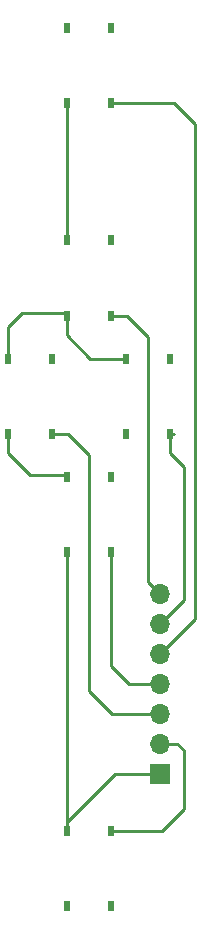
<source format=gbr>
G04 #@! TF.GenerationSoftware,KiCad,Pcbnew,5.1.9-73d0e3b20d~88~ubuntu20.04.1*
G04 #@! TF.CreationDate,2021-02-06T14:03:06-05:00*
G04 #@! TF.ProjectId,inkplate-buttons,696e6b70-6c61-4746-952d-627574746f6e,rev?*
G04 #@! TF.SameCoordinates,Original*
G04 #@! TF.FileFunction,Copper,L1,Top*
G04 #@! TF.FilePolarity,Positive*
%FSLAX46Y46*%
G04 Gerber Fmt 4.6, Leading zero omitted, Abs format (unit mm)*
G04 Created by KiCad (PCBNEW 5.1.9-73d0e3b20d~88~ubuntu20.04.1) date 2021-02-06 14:03:06*
%MOMM*%
%LPD*%
G01*
G04 APERTURE LIST*
G04 #@! TA.AperFunction,SMDPad,CuDef*
%ADD10O,1.700000X1.700000*%
G04 #@! TD*
G04 #@! TA.AperFunction,SMDPad,CuDef*
%ADD11R,1.700000X1.700000*%
G04 #@! TD*
G04 #@! TA.AperFunction,SMDPad,CuDef*
%ADD12R,0.558800X0.952500*%
G04 #@! TD*
G04 #@! TA.AperFunction,Conductor*
%ADD13C,0.250000*%
G04 #@! TD*
G04 APERTURE END LIST*
D10*
X116000000Y-136760000D03*
X116000000Y-139300000D03*
X116000000Y-141840000D03*
X116000000Y-144380000D03*
X116000000Y-146920000D03*
X116000000Y-149460000D03*
D11*
X116000000Y-152000000D03*
D12*
X108145800Y-95181350D03*
X111854200Y-95181350D03*
X111854200Y-88818650D03*
X108145800Y-88818650D03*
X108145800Y-113181350D03*
X111854200Y-113181350D03*
X111854200Y-106818650D03*
X108145800Y-106818650D03*
X103145800Y-116818650D03*
X106854200Y-116818650D03*
X106854200Y-123181350D03*
X103145800Y-123181350D03*
X113145800Y-123181350D03*
X116854200Y-123181350D03*
X116854200Y-116818650D03*
X113145800Y-116818650D03*
X108145800Y-126818650D03*
X111854200Y-126818650D03*
X111854200Y-133181350D03*
X108145800Y-133181350D03*
X108145800Y-156818650D03*
X111854200Y-156818650D03*
X111854200Y-163181350D03*
X108145800Y-163181350D03*
D13*
X108145800Y-145854200D02*
X108145800Y-156818650D01*
X108145800Y-133181350D02*
X108145800Y-145854200D01*
X112238200Y-152000000D02*
X116000000Y-152000000D01*
X108145800Y-156092400D02*
X112238200Y-152000000D01*
X108145800Y-156818650D02*
X108145800Y-156092400D01*
X106854200Y-123181350D02*
X108181350Y-123181350D01*
X108181350Y-123181350D02*
X110000000Y-125000000D01*
X110000000Y-125000000D02*
X110000000Y-145000000D01*
X111920000Y-146920000D02*
X116000000Y-146920000D01*
X110000000Y-145000000D02*
X111920000Y-146920000D01*
X111854200Y-95181350D02*
X117181350Y-95181350D01*
X117181350Y-95181350D02*
X119000000Y-97000000D01*
X119000000Y-138840000D02*
X116000000Y-141840000D01*
X119000000Y-97000000D02*
X119000000Y-138840000D01*
X111854200Y-113181350D02*
X113181350Y-113181350D01*
X113181350Y-113181350D02*
X115000000Y-115000000D01*
X115000000Y-135760000D02*
X116000000Y-136760000D01*
X115000000Y-115000000D02*
X115000000Y-135760000D01*
X116181350Y-156818650D02*
X111854200Y-156818650D01*
X118000000Y-155000000D02*
X116181350Y-156818650D01*
X118000000Y-150000000D02*
X118000000Y-155000000D01*
X117460000Y-149460000D02*
X118000000Y-150000000D01*
X116000000Y-149460000D02*
X117460000Y-149460000D01*
X111854200Y-133181350D02*
X111854200Y-142854200D01*
X111854200Y-142854200D02*
X113380000Y-144380000D01*
X114620000Y-144380000D02*
X116000000Y-144380000D01*
X113380000Y-144380000D02*
X114620000Y-144380000D01*
X116854200Y-123181350D02*
X117181350Y-123181350D01*
X116854200Y-123181350D02*
X116854200Y-124854200D01*
X116854200Y-124854200D02*
X118000000Y-126000000D01*
X118000000Y-137300000D02*
X116000000Y-139300000D01*
X118000000Y-126000000D02*
X118000000Y-137300000D01*
X108145800Y-95181350D02*
X108145800Y-106854200D01*
X107964450Y-113000000D02*
X108145800Y-113181350D01*
X104291600Y-113000000D02*
X107964450Y-113000000D01*
X103145800Y-114145800D02*
X104291600Y-113000000D01*
X103145800Y-116818650D02*
X103145800Y-114145800D01*
X108145800Y-113181350D02*
X108145800Y-114854200D01*
X110110250Y-116818650D02*
X113145800Y-116818650D01*
X108145800Y-114854200D02*
X110110250Y-116818650D01*
X103145800Y-123181350D02*
X103145800Y-124854200D01*
X103145800Y-124854200D02*
X105000000Y-126708400D01*
X108035550Y-126708400D02*
X108145800Y-126818650D01*
X105000000Y-126708400D02*
X108035550Y-126708400D01*
M02*

</source>
